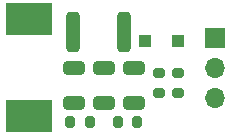
<source format=gbr>
%TF.GenerationSoftware,KiCad,Pcbnew,8.0.5*%
%TF.CreationDate,2024-10-19T22:56:50+02:00*%
%TF.ProjectId,pat-mat-pcb,7061742d-6d61-4742-9d70-63622e6b6963,rev?*%
%TF.SameCoordinates,Original*%
%TF.FileFunction,Soldermask,Top*%
%TF.FilePolarity,Negative*%
%FSLAX46Y46*%
G04 Gerber Fmt 4.6, Leading zero omitted, Abs format (unit mm)*
G04 Created by KiCad (PCBNEW 8.0.5) date 2024-10-19 22:56:50*
%MOMM*%
%LPD*%
G01*
G04 APERTURE LIST*
G04 Aperture macros list*
%AMRoundRect*
0 Rectangle with rounded corners*
0 $1 Rounding radius*
0 $2 $3 $4 $5 $6 $7 $8 $9 X,Y pos of 4 corners*
0 Add a 4 corners polygon primitive as box body*
4,1,4,$2,$3,$4,$5,$6,$7,$8,$9,$2,$3,0*
0 Add four circle primitives for the rounded corners*
1,1,$1+$1,$2,$3*
1,1,$1+$1,$4,$5*
1,1,$1+$1,$6,$7*
1,1,$1+$1,$8,$9*
0 Add four rect primitives between the rounded corners*
20,1,$1+$1,$2,$3,$4,$5,0*
20,1,$1+$1,$4,$5,$6,$7,0*
20,1,$1+$1,$6,$7,$8,$9,0*
20,1,$1+$1,$8,$9,$2,$3,0*%
G04 Aperture macros list end*
%ADD10RoundRect,0.250000X-0.650000X0.325000X-0.650000X-0.325000X0.650000X-0.325000X0.650000X0.325000X0*%
%ADD11R,4.000000X2.800000*%
%ADD12RoundRect,0.200000X-0.200000X-0.275000X0.200000X-0.275000X0.200000X0.275000X-0.200000X0.275000X0*%
%ADD13RoundRect,0.250000X0.300000X0.300000X-0.300000X0.300000X-0.300000X-0.300000X0.300000X-0.300000X0*%
%ADD14RoundRect,0.200000X0.275000X-0.200000X0.275000X0.200000X-0.275000X0.200000X-0.275000X-0.200000X0*%
%ADD15R,1.700000X1.700000*%
%ADD16O,1.700000X1.700000*%
%ADD17RoundRect,0.250000X0.312500X1.450000X-0.312500X1.450000X-0.312500X-1.450000X0.312500X-1.450000X0*%
%ADD18RoundRect,0.250000X0.650000X-0.325000X0.650000X0.325000X-0.650000X0.325000X-0.650000X-0.325000X0*%
G04 APERTURE END LIST*
D10*
%TO.C,C3*%
X85090000Y-63498200D03*
X85090000Y-66448200D03*
%TD*%
D11*
%TO.C,C4*%
X78740000Y-59400000D03*
X78740000Y-67600000D03*
%TD*%
D12*
%TO.C,R3*%
X82208600Y-68072000D03*
X83858600Y-68072000D03*
%TD*%
%TO.C,R4*%
X86234000Y-68072000D03*
X87884000Y-68072000D03*
%TD*%
D13*
%TO.C,D1*%
X91316000Y-61214000D03*
X88516000Y-61214000D03*
%TD*%
D14*
%TO.C,R1*%
X89712800Y-65595000D03*
X89712800Y-63945000D03*
%TD*%
D15*
%TO.C,J1*%
X94488000Y-60960000D03*
D16*
X94488000Y-63500000D03*
X94488000Y-66040000D03*
%TD*%
D10*
%TO.C,C1*%
X82550000Y-63498200D03*
X82550000Y-66448200D03*
%TD*%
D17*
%TO.C,L1*%
X86770300Y-60452000D03*
X82495300Y-60452000D03*
%TD*%
D14*
%TO.C,R2*%
X91363800Y-65595000D03*
X91363800Y-63945000D03*
%TD*%
D18*
%TO.C,C2*%
X87630000Y-66450000D03*
X87630000Y-63500000D03*
%TD*%
M02*

</source>
